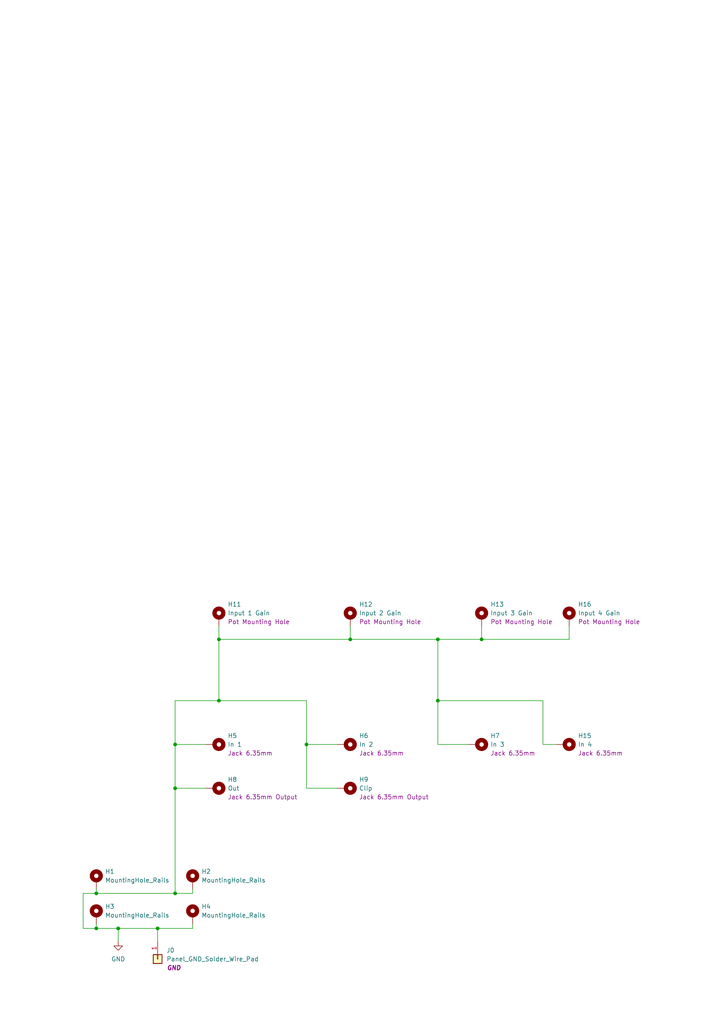
<source format=kicad_sch>
(kicad_sch (version 20231120) (generator "eeschema") (generator_version "8.0")
  (paper "A4" portrait)
  (title_block (title "Kosmo Format Front Panel - 5 cm") (company "DMH Instruments"))
  (lib_symbols
    (symbol "SynthStuff:MountingHole_Jack6.35mm_Output_v2" (pin_numbers hide) (pin_names (offset 1.016) hide) (exclude_from_sim yes) (in_bom no)
      (property "Reference" "H" (at 0 5.08 0))
      (property "Value" "SIGNAL NAME" (at 0 3.175 0))
      (property "Description" "Jack 6.35mm Output" (at 0.254 -3.302 0))
      (symbol "MountingHole_Jack6.35mm_Output_v2_0_1"
        (circle (center 0 0) (radius 1.27) (stroke (width 1.27)))
      )
      (symbol "MountingHole_Jack6.35mm_Output_v2_1_1"
        (pin input line (at -3.81 0 0) (length 2.54) (name "1") (number "1"))
      )
    )
    (symbol "SynthStuff:MountingHole_Jack6.35mm_v2" (pin_numbers hide) (pin_names (offset 1.016) hide) (exclude_from_sim yes) (in_bom no)
      (property "Reference" "H" (at 0 5.08 0))
      (property "Value" "SIGNAL NAME" (at 0 3.175 0))
      (property "Description" "Jack 6.35mm" (at 0 -3.048 0))
      (symbol "MountingHole_Jack6.35mm_v2_0_1"
        (circle (center 0 0) (radius 1.27) (stroke (width 1.27)))
      )
      (symbol "MountingHole_Jack6.35mm_v2_1_1"
        (pin input line (at -3.81 0 0) (length 2.54) (name "1") (number "1"))
      )
    )
    (symbol "SynthStuff:MountingHole_Pot" (pin_numbers hide) (pin_names (offset 1.016) hide) (exclude_from_sim yes) (in_bom no)
      (property "Reference" "H" (at 0 6.35 0))
      (property "Value" "Function" (at 0 4.445 0))
      (property "Description" "Pot Mounting Hole" (at 0 0 0))
      (symbol "MountingHole_Pot_0_1"
        (circle (center 0 1.27) (radius 1.27) (stroke (width 1.27)))
      )
      (symbol "MountingHole_Pot_1_1"
        (pin input line (at 0 -2.54 90) (length 2.54) (name "1") (number "1"))
      )
    )
    (symbol "SynthStuff:MountingHole_Rails" (pin_numbers hide) (pin_names (offset 1.016) hide) (exclude_from_sim yes) (in_bom no)
      (property "Reference" "H" (at 0 6.35 0))
      (property "Value" "MountingHole_Rails" (at 0 4.445 0))
      (symbol "MountingHole_Rails_0_1"
        (circle (center 0 1.27) (radius 1.27) (stroke (width 1.27)))
      )
      (symbol "MountingHole_Rails_1_1"
        (pin input line (at 0 -2.54 90) (length 2.54) (name "1") (number "1"))
      )
    )
    (symbol "SynthStuff:Panel_GND_Solder_Wire_Pad" (pin_names (offset 1.016) hide) (in_bom no)
      (property "Reference" "J" (at 0 2.54 0))
      (property "Value" "Panel_GND_Solder_Wire_Pad" (at 0 -5.08 0))
      (property "Function" "Panel GND" (at 0 -2.794 0))
      (symbol "Panel_GND_Solder_Wire_Pad_1_1"
        (rectangle (start -1.27 0.127) (end 0 -0.127) (stroke (width 0.1524)))
        (rectangle (start -1.27 1.27) (end 1.27 -1.27) (stroke (width 0.254)) (fill (type background)))
        (pin power_out line (at -5.08 0 0) (length 3.81) (name "Pin_1") (number "1"))
      )
    )
    (symbol "power:GND" (power) (pin_numbers hide) (pin_names (offset 0) hide)
      (property "Value" "GND" (at 0 -3.81 0))
      (symbol "GND_0_1"
        (polyline (pts (xy 0 0) (xy 0 -1.27) (xy 1.27 -1.27) (xy 0 -2.54) (xy -1.27 -1.27) (xy 0 -1.27)))
      )
      (symbol "GND_1_1"
        (pin power_in line (at 0 0 270) (length 0) (name "~") (number "1"))
      )
    )
  )
  (junction (at 34.29 269.24))
  (junction (at 45.72 269.24))
  (junction (at 139.7 185.42))
  (junction (at 127 185.42))
  (junction (at 63.5 203.2))
  (junction (at 88.9 215.9))
  (junction (at 127 203.2))
  (junction (at 101.6 185.42))
  (junction (at 50.8 215.9))
  (junction (at 27.94 269.24))
  (junction (at 63.5 185.42))
  (junction (at 50.8 228.6))
  (junction (at 27.94 259.08))
  (junction (at 50.8 259.08))
  (wire (pts (xy 55.88 267.97) (xy 55.88 269.24)))
  (wire (pts (xy 127 185.42) (xy 101.6 185.42)))
  (wire (pts (xy 139.7 185.42) (xy 165.1 185.42)))
  (wire (pts (xy 88.9 215.9) (xy 88.9 203.2)))
  (wire (pts (xy 27.94 259.08) (xy 50.8 259.08)))
  (wire (pts (xy 97.79 228.6) (xy 88.9 228.6)))
  (wire (pts (xy 27.94 269.24) (xy 27.94 267.97)))
  (wire (pts (xy 24.13 269.24) (xy 27.94 269.24)))
  (wire (pts (xy 139.7 185.42) (xy 127 185.42)))
  (wire (pts (xy 101.6 181.61) (xy 101.6 185.42)))
  (wire (pts (xy 63.5 181.61) (xy 63.5 185.42)))
  (wire (pts (xy 161.29 215.9) (xy 157.48 215.9)))
  (wire (pts (xy 50.8 259.08) (xy 55.88 259.08)))
  (wire (pts (xy 63.5 185.42) (xy 63.5 203.2)))
  (wire (pts (xy 50.8 228.6) (xy 59.69 228.6)))
  (wire (pts (xy 63.5 185.42) (xy 101.6 185.42)))
  (wire (pts (xy 127 215.9) (xy 135.89 215.9)))
  (wire (pts (xy 45.72 269.24) (xy 45.72 273.05)))
  (wire (pts (xy 34.29 269.24) (xy 34.29 273.05)))
  (wire (pts (xy 97.79 215.9) (xy 88.9 215.9)))
  (wire (pts (xy 127 203.2) (xy 157.48 203.2)))
  (wire (pts (xy 63.5 203.2) (xy 50.8 203.2)))
  (wire (pts (xy 50.8 203.2) (xy 50.8 215.9)))
  (wire (pts (xy 50.8 228.6) (xy 50.8 259.08)))
  (wire (pts (xy 24.13 259.08) (xy 24.13 269.24)))
  (wire (pts (xy 50.8 215.9) (xy 50.8 228.6)))
  (wire (pts (xy 55.88 257.81) (xy 55.88 259.08)))
  (wire (pts (xy 127 203.2) (xy 127 185.42)))
  (wire (pts (xy 88.9 228.6) (xy 88.9 215.9)))
  (wire (pts (xy 45.72 269.24) (xy 34.29 269.24)))
  (wire (pts (xy 27.94 259.08) (xy 24.13 259.08)))
  (wire (pts (xy 59.69 215.9) (xy 50.8 215.9)))
  (wire (pts (xy 27.94 259.08) (xy 27.94 257.81)))
  (wire (pts (xy 139.7 181.61) (xy 139.7 185.42)))
  (wire (pts (xy 63.5 203.2) (xy 88.9 203.2)))
  (wire (pts (xy 55.88 269.24) (xy 45.72 269.24)))
  (wire (pts (xy 34.29 269.24) (xy 27.94 269.24)))
  (wire (pts (xy 157.48 215.9) (xy 157.48 203.2)))
  (wire (pts (xy 127 215.9) (xy 127 203.2)))
  (wire (pts (xy 165.1 181.61) (xy 165.1 185.42)))
  (symbol (lib_id "SynthStuff:MountingHole_Rails") (at 55.88 255.27 0) (unit 1) (exclude_from_sim yes) (in_bom no)
    (property "Reference" "H2" (at 58.42 252.7299 0) (effects (justify left)))
    (property "Value" "MountingHole_Rails" (at 58.42 255.2699 0) (effects (justify left)))
    (property "Footprint" "SynthStuff:MountingHole_Rails" (effects (hide yes)))
    (property "Description" "Mounting Hole with connection" (effects (hide yes)))
  )
  (symbol (lib_id "SynthStuff:MountingHole_Pot") (at 101.6 179.07 0) (unit 1) (exclude_from_sim yes) (in_bom no)
    (property "Reference" "H12" (at 104.14 175.2599 0) (effects (justify left)))
    (property "Value" "Input 2 Gain" (at 104.14 177.7999 0) (effects (justify left)))
    (property "Footprint" "SynthStuff:Pot_Cutout_Small" (effects (hide yes)))
    (property "Description" "Pot Mounting Hole" (at 104.14 180.3399 0) (effects (justify left)))
  )
  (symbol (lib_id "SynthStuff:MountingHole_Jack6.35mm_Output_v2") (at 63.5 228.6 0) (unit 1) (exclude_from_sim yes) (in_bom no)
    (property "Reference" "H8" (at 66.04 226.0599 0) (effects (justify left)))
    (property "Value" "Out" (at 66.04 228.5999 0) (effects (justify left)))
    (property "Footprint" "SynthStuff:Jack_6.35mm_Cutout_Output_v6" (effects (hide yes)))
    (property "Description" "Jack 6.35mm Output" (at 66.04 231.1399 0) (effects (justify left)))
  )
  (symbol (lib_id "SynthStuff:MountingHole_Jack6.35mm_Output_v2") (at 101.6 228.6 0) (unit 1) (exclude_from_sim yes) (in_bom no)
    (property "Reference" "H9" (at 104.14 226.0599 0) (effects (justify left)))
    (property "Value" "Clip" (at 104.14 228.5999 0) (effects (justify left)))
    (property "Footprint" "SynthStuff:Jack_6.35mm_Cutout_Output_v6" (effects (hide yes)))
    (property "Description" "Jack 6.35mm Output" (at 104.14 231.1399 0) (effects (justify left)))
  )
  (symbol (lib_id "power:GND") (at 34.29 273.05 0) (unit 1)
    (property "Reference" "#PWR01" (effects (hide yes)))
    (property "Value" "GND" (at 34.29 278.13 0))
    (property "Description" "Power symbol creates a global label with name \"GND\" , ground" (effects (hide yes)))
  )
  (symbol (lib_id "SynthStuff:MountingHole_Pot") (at 139.7 179.07 0) (unit 1) (exclude_from_sim yes) (in_bom no)
    (property "Reference" "H13" (at 142.24 175.2599 0) (effects (justify left)))
    (property "Value" "Input 3 Gain" (at 142.24 177.7999 0) (effects (justify left)))
    (property "Footprint" "SynthStuff:Pot_Cutout_Small" (effects (hide yes)))
    (property "Description" "Pot Mounting Hole" (at 142.24 180.3399 0) (effects (justify left)))
  )
  (symbol (lib_id "SynthStuff:MountingHole_Pot") (at 165.1 179.07 0) (unit 1) (exclude_from_sim yes) (in_bom no)
    (property "Reference" "H16" (at 167.64 175.2599 0) (effects (justify left)))
    (property "Value" "Input 4 Gain" (at 167.64 177.7999 0) (effects (justify left)))
    (property "Footprint" "SynthStuff:Pot_Cutout_Small" (effects (hide yes)))
    (property "Description" "Pot Mounting Hole" (at 167.64 180.3399 0) (effects (justify left)))
  )
  (symbol (lib_id "SynthStuff:MountingHole_Jack6.35mm_v2") (at 139.7 215.9 0) (unit 1) (exclude_from_sim yes) (in_bom no)
    (property "Reference" "H7" (at 142.24 213.3599 0) (effects (justify left)))
    (property "Value" "In 3" (at 142.24 215.8999 0) (effects (justify left)))
    (property "Footprint" "SynthStuff:Jack_6.35mm_Cutout_v3" (effects (hide yes)))
    (property "Description" "Jack 6.35mm" (at 142.24 218.4399 0) (effects (justify left)))
  )
  (symbol (lib_id "SynthStuff:MountingHole_Jack6.35mm_v2") (at 165.1 215.9 0) (unit 1) (exclude_from_sim yes) (in_bom no)
    (property "Reference" "H15" (at 167.64 213.3599 0) (effects (justify left)))
    (property "Value" "In 4" (at 167.64 215.8999 0) (effects (justify left)))
    (property "Footprint" "SynthStuff:Jack_6.35mm_Cutout_v3" (effects (hide yes)))
    (property "Description" "Jack 6.35mm" (at 167.64 218.4399 0) (effects (justify left)))
  )
  (symbol (lib_id "SynthStuff:MountingHole_Rails") (at 27.94 265.43 0) (unit 1) (exclude_from_sim yes) (in_bom no)
    (property "Reference" "H3" (at 30.48 262.8899 0) (effects (justify left)))
    (property "Value" "MountingHole_Rails" (at 30.48 265.4299 0) (effects (justify left)))
    (property "Footprint" "SynthStuff:MountingHole_Rails" (effects (hide yes)))
    (property "Description" "Mounting Hole with connection" (effects (hide yes)))
  )
  (symbol (lib_id "SynthStuff:MountingHole_Jack6.35mm_v2") (at 63.5 215.9 0) (unit 1) (exclude_from_sim yes) (in_bom no)
    (property "Reference" "H5" (at 66.04 213.3599 0) (effects (justify left)))
    (property "Value" "In 1" (at 66.04 215.8999 0) (effects (justify left)))
    (property "Footprint" "SynthStuff:Jack_6.35mm_Cutout_v3" (effects (hide yes)))
    (property "Description" "Jack 6.35mm" (at 66.04 218.4399 0) (effects (justify left)))
  )
  (symbol (lib_id "SynthStuff:MountingHole_Rails") (at 55.88 265.43 0) (unit 1) (exclude_from_sim yes) (in_bom no)
    (property "Reference" "H4" (at 58.42 262.8899 0) (effects (justify left)))
    (property "Value" "MountingHole_Rails" (at 58.42 265.4299 0) (effects (justify left)))
    (property "Footprint" "SynthStuff:MountingHole_Rails" (effects (hide yes)))
    (property "Description" "Mounting Hole with connection" (effects (hide yes)))
  )
  (symbol (lib_id "SynthStuff:Panel_GND_Solder_Wire_Pad") (at 45.72 278.13 270) (unit 1) (in_bom no)
    (property "Reference" "J0" (at 48.26 275.5899 90) (effects (justify left)))
    (property "Value" "Panel_GND_Solder_Wire_Pad" (at 48.26 278.1299 90) (effects (justify left)))
    (property "Footprint" "SynthStuff:Panel_GND_SolderWirePad_5x10mm" (effects (hide yes)))
    (property "Description" "Solder pad to allow connection between PCB and Front Panel" (effects (hide yes)))
    (property "Function" "GND" (at 48.26 280.67 90) (effects (font (thickness 0.254) (bold yes) (italic yes)) (justify left)))
  )
  (symbol (lib_id "SynthStuff:MountingHole_Jack6.35mm_v2") (at 101.6 215.9 0) (unit 1) (exclude_from_sim yes) (in_bom no)
    (property "Reference" "H6" (at 104.14 213.3599 0) (effects (justify left)))
    (property "Value" "In 2" (at 104.14 215.8999 0) (effects (justify left)))
    (property "Footprint" "SynthStuff:Jack_6.35mm_Cutout_v3" (effects (hide yes)))
    (property "Description" "Jack 6.35mm" (at 104.14 218.4399 0) (effects (justify left)))
  )
  (symbol (lib_id "SynthStuff:MountingHole_Pot") (at 63.5 179.07 0) (unit 1) (exclude_from_sim yes) (in_bom no)
    (property "Reference" "H11" (at 66.04 175.2599 0) (effects (justify left)))
    (property "Value" "Input 1 Gain" (at 66.04 177.7999 0) (effects (justify left)))
    (property "Footprint" "SynthStuff:Pot_Cutout_Small" (effects (hide yes)))
    (property "Description" "Pot Mounting Hole" (at 66.04 180.3399 0) (effects (justify left)))
  )
  (symbol (lib_id "SynthStuff:MountingHole_Rails") (at 27.94 255.27 0) (unit 1) (exclude_from_sim yes) (in_bom no)
    (property "Reference" "H1" (at 30.48 252.7299 0) (effects (justify left)))
    (property "Value" "MountingHole_Rails" (at 30.48 255.2699 0) (effects (justify left)))
    (property "Footprint" "SynthStuff:MountingHole_Rails" (effects (hide yes)))
    (property "Description" "Mounting Hole with connection" (effects (hide yes)))
  )
)
</source>
